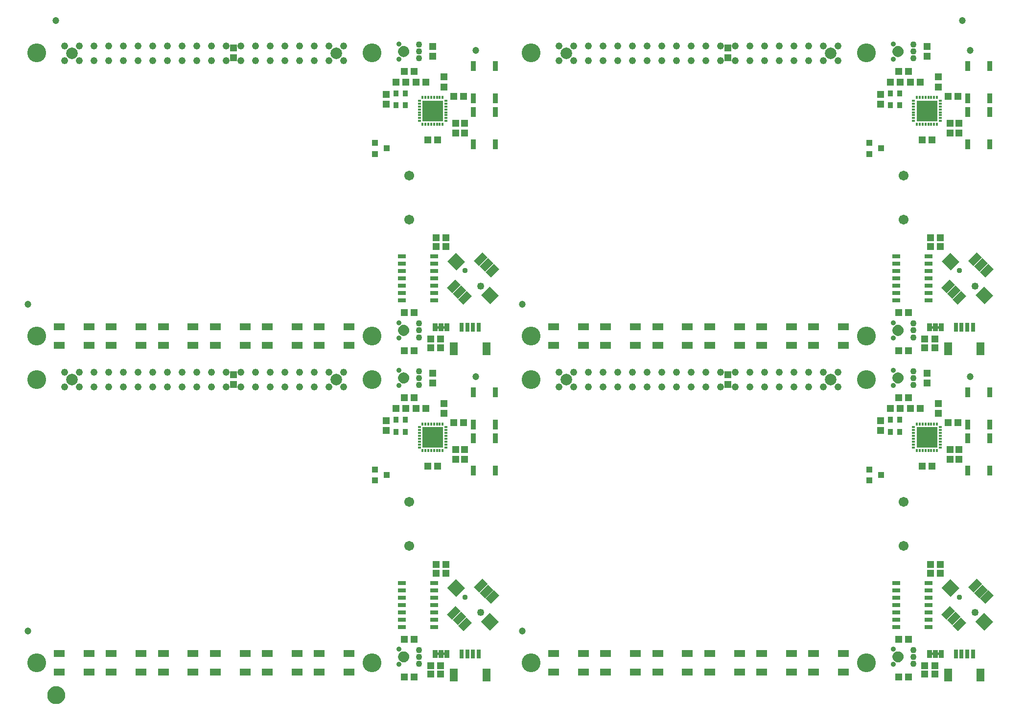
<source format=gts>
G75*
%MOIN*%
%OFA0B0*%
%FSLAX25Y25*%
%IPPOS*%
%LPD*%
%AMOC8*
5,1,8,0,0,1.08239X$1,22.5*
%
%ADD10C,0.04816*%
%ADD11C,0.07887*%
%ADD12R,0.03800X0.06800*%
%ADD13C,0.01969*%
%ADD14C,0.03556*%
%ADD15C,0.04343*%
%ADD16R,0.08083X0.05131*%
%ADD17R,0.08280X0.08674*%
%ADD18C,0.03753*%
%ADD19C,0.04934*%
%ADD20C,0.12800*%
%ADD21R,0.05524X0.08674*%
%ADD22R,0.03162X0.06115*%
%ADD23R,0.01784X0.02375*%
%ADD24R,0.02375X0.01784*%
%ADD25R,0.14383X0.14383*%
%ADD26R,0.05131X0.04737*%
%ADD27R,0.04737X0.05131*%
%ADD28R,0.05524X0.03162*%
%ADD29R,0.03300X0.05800*%
%ADD30C,0.00500*%
%ADD31R,0.07300X0.04737*%
%ADD32C,0.06706*%
%ADD33C,0.04737*%
%ADD34R,0.03359X0.04343*%
%ADD35R,0.04343X0.03950*%
%ADD36C,0.05000*%
D10*
X0071885Y0236177D03*
X0081885Y0236177D03*
X0091885Y0236177D03*
X0101885Y0236177D03*
X0111885Y0236177D03*
X0121885Y0236177D03*
X0131885Y0236177D03*
X0141885Y0236177D03*
X0151885Y0236177D03*
X0161885Y0236177D03*
X0171885Y0236177D03*
X0181885Y0236177D03*
X0191885Y0236177D03*
X0201885Y0236177D03*
X0211885Y0236177D03*
X0221885Y0236177D03*
X0231885Y0236177D03*
X0241885Y0236177D03*
X0251885Y0236177D03*
X0261885Y0236177D03*
X0261885Y0246177D03*
X0251885Y0246177D03*
X0241885Y0246177D03*
X0231885Y0246177D03*
X0221885Y0246177D03*
X0211885Y0246177D03*
X0201885Y0246177D03*
X0191885Y0246177D03*
X0181885Y0246177D03*
X0171885Y0246177D03*
X0161885Y0246177D03*
X0151885Y0246177D03*
X0141885Y0246177D03*
X0131885Y0246177D03*
X0121885Y0246177D03*
X0111885Y0246177D03*
X0101885Y0246177D03*
X0091885Y0246177D03*
X0081885Y0246177D03*
X0071885Y0246177D03*
X0071885Y0458650D03*
X0071885Y0468650D03*
X0081885Y0468650D03*
X0091885Y0468650D03*
X0101885Y0468650D03*
X0111885Y0468650D03*
X0121885Y0468650D03*
X0131885Y0468650D03*
X0141885Y0468650D03*
X0151885Y0468650D03*
X0161885Y0468650D03*
X0171885Y0468650D03*
X0181885Y0468650D03*
X0191885Y0468650D03*
X0201885Y0468650D03*
X0211885Y0468650D03*
X0221885Y0468650D03*
X0231885Y0468650D03*
X0241885Y0468650D03*
X0251885Y0468650D03*
X0261885Y0468650D03*
X0261885Y0458650D03*
X0251885Y0458650D03*
X0241885Y0458650D03*
X0231885Y0458650D03*
X0221885Y0458650D03*
X0211885Y0458650D03*
X0201885Y0458650D03*
X0191885Y0458650D03*
X0181885Y0458650D03*
X0171885Y0458650D03*
X0161885Y0458650D03*
X0151885Y0458650D03*
X0141885Y0458650D03*
X0131885Y0458650D03*
X0121885Y0458650D03*
X0111885Y0458650D03*
X0101885Y0458650D03*
X0091885Y0458650D03*
X0081885Y0458650D03*
X0408531Y0458650D03*
X0418531Y0458650D03*
X0428531Y0458650D03*
X0438531Y0458650D03*
X0438531Y0468650D03*
X0428531Y0468650D03*
X0418531Y0468650D03*
X0408531Y0468650D03*
X0448531Y0468650D03*
X0458531Y0468650D03*
X0468531Y0468650D03*
X0478531Y0468650D03*
X0488531Y0468650D03*
X0498531Y0468650D03*
X0508531Y0468650D03*
X0518531Y0468650D03*
X0528531Y0468650D03*
X0538531Y0468650D03*
X0548531Y0468650D03*
X0558531Y0468650D03*
X0568531Y0468650D03*
X0578531Y0468650D03*
X0588531Y0468650D03*
X0598531Y0468650D03*
X0598531Y0458650D03*
X0588531Y0458650D03*
X0578531Y0458650D03*
X0568531Y0458650D03*
X0558531Y0458650D03*
X0548531Y0458650D03*
X0538531Y0458650D03*
X0528531Y0458650D03*
X0518531Y0458650D03*
X0508531Y0458650D03*
X0498531Y0458650D03*
X0488531Y0458650D03*
X0478531Y0458650D03*
X0468531Y0458650D03*
X0458531Y0458650D03*
X0448531Y0458650D03*
X0448531Y0246177D03*
X0458531Y0246177D03*
X0468531Y0246177D03*
X0478531Y0246177D03*
X0488531Y0246177D03*
X0498531Y0246177D03*
X0508531Y0246177D03*
X0518531Y0246177D03*
X0528531Y0246177D03*
X0538531Y0246177D03*
X0548531Y0246177D03*
X0558531Y0246177D03*
X0568531Y0246177D03*
X0578531Y0246177D03*
X0588531Y0246177D03*
X0598531Y0246177D03*
X0598531Y0236177D03*
X0588531Y0236177D03*
X0578531Y0236177D03*
X0568531Y0236177D03*
X0558531Y0236177D03*
X0548531Y0236177D03*
X0538531Y0236177D03*
X0528531Y0236177D03*
X0518531Y0236177D03*
X0508531Y0236177D03*
X0498531Y0236177D03*
X0488531Y0236177D03*
X0478531Y0236177D03*
X0468531Y0236177D03*
X0458531Y0236177D03*
X0448531Y0236177D03*
X0438531Y0236177D03*
X0428531Y0236177D03*
X0418531Y0236177D03*
X0408531Y0236177D03*
X0408531Y0246177D03*
X0418531Y0246177D03*
X0428531Y0246177D03*
X0438531Y0246177D03*
D11*
X0413531Y0241177D03*
X0256885Y0241177D03*
X0076885Y0241177D03*
X0076885Y0463650D03*
X0256885Y0463650D03*
X0413531Y0463650D03*
X0593531Y0463650D03*
X0593531Y0241177D03*
D12*
X0686976Y0232689D03*
X0701976Y0232689D03*
X0701976Y0210689D03*
X0701976Y0201193D03*
X0686976Y0201193D03*
X0686976Y0210689D03*
X0686976Y0179193D03*
X0701976Y0179193D03*
X0701976Y0401665D03*
X0686976Y0401665D03*
X0686976Y0423665D03*
X0686976Y0433161D03*
X0701976Y0433161D03*
X0701976Y0423665D03*
X0701976Y0455161D03*
X0686976Y0455161D03*
X0365330Y0455161D03*
X0350330Y0455161D03*
X0350330Y0433161D03*
X0365330Y0433161D03*
X0365330Y0423665D03*
X0350330Y0423665D03*
X0350330Y0401665D03*
X0365330Y0401665D03*
X0365330Y0232689D03*
X0350330Y0232689D03*
X0350330Y0210689D03*
X0365330Y0210689D03*
X0365330Y0201193D03*
X0350330Y0201193D03*
X0350330Y0179193D03*
X0365330Y0179193D03*
D13*
X0299956Y0242437D02*
X0299958Y0242542D01*
X0299964Y0242647D01*
X0299974Y0242751D01*
X0299988Y0242855D01*
X0300006Y0242959D01*
X0300028Y0243061D01*
X0300053Y0243163D01*
X0300083Y0243264D01*
X0300116Y0243363D01*
X0300153Y0243461D01*
X0300194Y0243558D01*
X0300239Y0243653D01*
X0300287Y0243746D01*
X0300338Y0243838D01*
X0300394Y0243927D01*
X0300452Y0244014D01*
X0300514Y0244099D01*
X0300578Y0244182D01*
X0300646Y0244262D01*
X0300717Y0244339D01*
X0300791Y0244413D01*
X0300868Y0244485D01*
X0300947Y0244554D01*
X0301029Y0244619D01*
X0301113Y0244682D01*
X0301200Y0244741D01*
X0301289Y0244797D01*
X0301380Y0244850D01*
X0301473Y0244899D01*
X0301567Y0244944D01*
X0301663Y0244986D01*
X0301761Y0245024D01*
X0301860Y0245058D01*
X0301961Y0245089D01*
X0302062Y0245115D01*
X0302165Y0245138D01*
X0302268Y0245157D01*
X0302372Y0245172D01*
X0302476Y0245183D01*
X0302581Y0245190D01*
X0302686Y0245193D01*
X0302791Y0245192D01*
X0302896Y0245187D01*
X0303000Y0245178D01*
X0303104Y0245165D01*
X0303208Y0245148D01*
X0303311Y0245127D01*
X0303413Y0245102D01*
X0303514Y0245074D01*
X0303613Y0245041D01*
X0303712Y0245005D01*
X0303809Y0244965D01*
X0303904Y0244922D01*
X0303998Y0244874D01*
X0304090Y0244824D01*
X0304180Y0244770D01*
X0304268Y0244712D01*
X0304353Y0244651D01*
X0304436Y0244587D01*
X0304517Y0244520D01*
X0304595Y0244450D01*
X0304670Y0244376D01*
X0304742Y0244301D01*
X0304812Y0244222D01*
X0304878Y0244141D01*
X0304942Y0244057D01*
X0305002Y0243971D01*
X0305058Y0243883D01*
X0305112Y0243792D01*
X0305162Y0243700D01*
X0305208Y0243606D01*
X0305251Y0243510D01*
X0305290Y0243412D01*
X0305325Y0243314D01*
X0305356Y0243213D01*
X0305384Y0243112D01*
X0305408Y0243010D01*
X0305428Y0242907D01*
X0305444Y0242803D01*
X0305456Y0242699D01*
X0305464Y0242594D01*
X0305468Y0242489D01*
X0305468Y0242385D01*
X0305464Y0242280D01*
X0305456Y0242175D01*
X0305444Y0242071D01*
X0305428Y0241967D01*
X0305408Y0241864D01*
X0305384Y0241762D01*
X0305356Y0241661D01*
X0305325Y0241560D01*
X0305290Y0241462D01*
X0305251Y0241364D01*
X0305208Y0241268D01*
X0305162Y0241174D01*
X0305112Y0241082D01*
X0305058Y0240991D01*
X0305002Y0240903D01*
X0304942Y0240817D01*
X0304878Y0240733D01*
X0304812Y0240652D01*
X0304742Y0240573D01*
X0304670Y0240498D01*
X0304595Y0240424D01*
X0304517Y0240354D01*
X0304436Y0240287D01*
X0304353Y0240223D01*
X0304268Y0240162D01*
X0304180Y0240104D01*
X0304090Y0240050D01*
X0303998Y0240000D01*
X0303904Y0239952D01*
X0303809Y0239909D01*
X0303712Y0239869D01*
X0303613Y0239833D01*
X0303514Y0239800D01*
X0303413Y0239772D01*
X0303311Y0239747D01*
X0303208Y0239726D01*
X0303104Y0239709D01*
X0303000Y0239696D01*
X0302896Y0239687D01*
X0302791Y0239682D01*
X0302686Y0239681D01*
X0302581Y0239684D01*
X0302476Y0239691D01*
X0302372Y0239702D01*
X0302268Y0239717D01*
X0302165Y0239736D01*
X0302062Y0239759D01*
X0301961Y0239785D01*
X0301860Y0239816D01*
X0301761Y0239850D01*
X0301663Y0239888D01*
X0301567Y0239930D01*
X0301473Y0239975D01*
X0301380Y0240024D01*
X0301289Y0240077D01*
X0301200Y0240133D01*
X0301113Y0240192D01*
X0301029Y0240255D01*
X0300947Y0240320D01*
X0300868Y0240389D01*
X0300791Y0240461D01*
X0300717Y0240535D01*
X0300646Y0240612D01*
X0300578Y0240692D01*
X0300514Y0240775D01*
X0300452Y0240860D01*
X0300394Y0240947D01*
X0300338Y0241036D01*
X0300287Y0241128D01*
X0300239Y0241221D01*
X0300194Y0241316D01*
X0300153Y0241413D01*
X0300116Y0241511D01*
X0300083Y0241610D01*
X0300053Y0241711D01*
X0300028Y0241813D01*
X0300006Y0241915D01*
X0299988Y0242019D01*
X0299974Y0242123D01*
X0299964Y0242227D01*
X0299958Y0242332D01*
X0299956Y0242437D01*
X0299956Y0274870D02*
X0299958Y0274975D01*
X0299964Y0275080D01*
X0299974Y0275184D01*
X0299988Y0275288D01*
X0300006Y0275392D01*
X0300028Y0275494D01*
X0300053Y0275596D01*
X0300083Y0275697D01*
X0300116Y0275796D01*
X0300153Y0275894D01*
X0300194Y0275991D01*
X0300239Y0276086D01*
X0300287Y0276179D01*
X0300338Y0276271D01*
X0300394Y0276360D01*
X0300452Y0276447D01*
X0300514Y0276532D01*
X0300578Y0276615D01*
X0300646Y0276695D01*
X0300717Y0276772D01*
X0300791Y0276846D01*
X0300868Y0276918D01*
X0300947Y0276987D01*
X0301029Y0277052D01*
X0301113Y0277115D01*
X0301200Y0277174D01*
X0301289Y0277230D01*
X0301380Y0277283D01*
X0301473Y0277332D01*
X0301567Y0277377D01*
X0301663Y0277419D01*
X0301761Y0277457D01*
X0301860Y0277491D01*
X0301961Y0277522D01*
X0302062Y0277548D01*
X0302165Y0277571D01*
X0302268Y0277590D01*
X0302372Y0277605D01*
X0302476Y0277616D01*
X0302581Y0277623D01*
X0302686Y0277626D01*
X0302791Y0277625D01*
X0302896Y0277620D01*
X0303000Y0277611D01*
X0303104Y0277598D01*
X0303208Y0277581D01*
X0303311Y0277560D01*
X0303413Y0277535D01*
X0303514Y0277507D01*
X0303613Y0277474D01*
X0303712Y0277438D01*
X0303809Y0277398D01*
X0303904Y0277355D01*
X0303998Y0277307D01*
X0304090Y0277257D01*
X0304180Y0277203D01*
X0304268Y0277145D01*
X0304353Y0277084D01*
X0304436Y0277020D01*
X0304517Y0276953D01*
X0304595Y0276883D01*
X0304670Y0276809D01*
X0304742Y0276734D01*
X0304812Y0276655D01*
X0304878Y0276574D01*
X0304942Y0276490D01*
X0305002Y0276404D01*
X0305058Y0276316D01*
X0305112Y0276225D01*
X0305162Y0276133D01*
X0305208Y0276039D01*
X0305251Y0275943D01*
X0305290Y0275845D01*
X0305325Y0275747D01*
X0305356Y0275646D01*
X0305384Y0275545D01*
X0305408Y0275443D01*
X0305428Y0275340D01*
X0305444Y0275236D01*
X0305456Y0275132D01*
X0305464Y0275027D01*
X0305468Y0274922D01*
X0305468Y0274818D01*
X0305464Y0274713D01*
X0305456Y0274608D01*
X0305444Y0274504D01*
X0305428Y0274400D01*
X0305408Y0274297D01*
X0305384Y0274195D01*
X0305356Y0274094D01*
X0305325Y0273993D01*
X0305290Y0273895D01*
X0305251Y0273797D01*
X0305208Y0273701D01*
X0305162Y0273607D01*
X0305112Y0273515D01*
X0305058Y0273424D01*
X0305002Y0273336D01*
X0304942Y0273250D01*
X0304878Y0273166D01*
X0304812Y0273085D01*
X0304742Y0273006D01*
X0304670Y0272931D01*
X0304595Y0272857D01*
X0304517Y0272787D01*
X0304436Y0272720D01*
X0304353Y0272656D01*
X0304268Y0272595D01*
X0304180Y0272537D01*
X0304090Y0272483D01*
X0303998Y0272433D01*
X0303904Y0272385D01*
X0303809Y0272342D01*
X0303712Y0272302D01*
X0303613Y0272266D01*
X0303514Y0272233D01*
X0303413Y0272205D01*
X0303311Y0272180D01*
X0303208Y0272159D01*
X0303104Y0272142D01*
X0303000Y0272129D01*
X0302896Y0272120D01*
X0302791Y0272115D01*
X0302686Y0272114D01*
X0302581Y0272117D01*
X0302476Y0272124D01*
X0302372Y0272135D01*
X0302268Y0272150D01*
X0302165Y0272169D01*
X0302062Y0272192D01*
X0301961Y0272218D01*
X0301860Y0272249D01*
X0301761Y0272283D01*
X0301663Y0272321D01*
X0301567Y0272363D01*
X0301473Y0272408D01*
X0301380Y0272457D01*
X0301289Y0272510D01*
X0301200Y0272566D01*
X0301113Y0272625D01*
X0301029Y0272688D01*
X0300947Y0272753D01*
X0300868Y0272822D01*
X0300791Y0272894D01*
X0300717Y0272968D01*
X0300646Y0273045D01*
X0300578Y0273125D01*
X0300514Y0273208D01*
X0300452Y0273293D01*
X0300394Y0273380D01*
X0300338Y0273469D01*
X0300287Y0273561D01*
X0300239Y0273654D01*
X0300194Y0273749D01*
X0300153Y0273846D01*
X0300116Y0273944D01*
X0300083Y0274043D01*
X0300053Y0274144D01*
X0300028Y0274246D01*
X0300006Y0274348D01*
X0299988Y0274452D01*
X0299974Y0274556D01*
X0299964Y0274660D01*
X0299958Y0274765D01*
X0299956Y0274870D01*
X0299956Y0464909D02*
X0299958Y0465014D01*
X0299964Y0465119D01*
X0299974Y0465223D01*
X0299988Y0465327D01*
X0300006Y0465431D01*
X0300028Y0465533D01*
X0300053Y0465635D01*
X0300083Y0465736D01*
X0300116Y0465835D01*
X0300153Y0465933D01*
X0300194Y0466030D01*
X0300239Y0466125D01*
X0300287Y0466218D01*
X0300338Y0466310D01*
X0300394Y0466399D01*
X0300452Y0466486D01*
X0300514Y0466571D01*
X0300578Y0466654D01*
X0300646Y0466734D01*
X0300717Y0466811D01*
X0300791Y0466885D01*
X0300868Y0466957D01*
X0300947Y0467026D01*
X0301029Y0467091D01*
X0301113Y0467154D01*
X0301200Y0467213D01*
X0301289Y0467269D01*
X0301380Y0467322D01*
X0301473Y0467371D01*
X0301567Y0467416D01*
X0301663Y0467458D01*
X0301761Y0467496D01*
X0301860Y0467530D01*
X0301961Y0467561D01*
X0302062Y0467587D01*
X0302165Y0467610D01*
X0302268Y0467629D01*
X0302372Y0467644D01*
X0302476Y0467655D01*
X0302581Y0467662D01*
X0302686Y0467665D01*
X0302791Y0467664D01*
X0302896Y0467659D01*
X0303000Y0467650D01*
X0303104Y0467637D01*
X0303208Y0467620D01*
X0303311Y0467599D01*
X0303413Y0467574D01*
X0303514Y0467546D01*
X0303613Y0467513D01*
X0303712Y0467477D01*
X0303809Y0467437D01*
X0303904Y0467394D01*
X0303998Y0467346D01*
X0304090Y0467296D01*
X0304180Y0467242D01*
X0304268Y0467184D01*
X0304353Y0467123D01*
X0304436Y0467059D01*
X0304517Y0466992D01*
X0304595Y0466922D01*
X0304670Y0466848D01*
X0304742Y0466773D01*
X0304812Y0466694D01*
X0304878Y0466613D01*
X0304942Y0466529D01*
X0305002Y0466443D01*
X0305058Y0466355D01*
X0305112Y0466264D01*
X0305162Y0466172D01*
X0305208Y0466078D01*
X0305251Y0465982D01*
X0305290Y0465884D01*
X0305325Y0465786D01*
X0305356Y0465685D01*
X0305384Y0465584D01*
X0305408Y0465482D01*
X0305428Y0465379D01*
X0305444Y0465275D01*
X0305456Y0465171D01*
X0305464Y0465066D01*
X0305468Y0464961D01*
X0305468Y0464857D01*
X0305464Y0464752D01*
X0305456Y0464647D01*
X0305444Y0464543D01*
X0305428Y0464439D01*
X0305408Y0464336D01*
X0305384Y0464234D01*
X0305356Y0464133D01*
X0305325Y0464032D01*
X0305290Y0463934D01*
X0305251Y0463836D01*
X0305208Y0463740D01*
X0305162Y0463646D01*
X0305112Y0463554D01*
X0305058Y0463463D01*
X0305002Y0463375D01*
X0304942Y0463289D01*
X0304878Y0463205D01*
X0304812Y0463124D01*
X0304742Y0463045D01*
X0304670Y0462970D01*
X0304595Y0462896D01*
X0304517Y0462826D01*
X0304436Y0462759D01*
X0304353Y0462695D01*
X0304268Y0462634D01*
X0304180Y0462576D01*
X0304090Y0462522D01*
X0303998Y0462472D01*
X0303904Y0462424D01*
X0303809Y0462381D01*
X0303712Y0462341D01*
X0303613Y0462305D01*
X0303514Y0462272D01*
X0303413Y0462244D01*
X0303311Y0462219D01*
X0303208Y0462198D01*
X0303104Y0462181D01*
X0303000Y0462168D01*
X0302896Y0462159D01*
X0302791Y0462154D01*
X0302686Y0462153D01*
X0302581Y0462156D01*
X0302476Y0462163D01*
X0302372Y0462174D01*
X0302268Y0462189D01*
X0302165Y0462208D01*
X0302062Y0462231D01*
X0301961Y0462257D01*
X0301860Y0462288D01*
X0301761Y0462322D01*
X0301663Y0462360D01*
X0301567Y0462402D01*
X0301473Y0462447D01*
X0301380Y0462496D01*
X0301289Y0462549D01*
X0301200Y0462605D01*
X0301113Y0462664D01*
X0301029Y0462727D01*
X0300947Y0462792D01*
X0300868Y0462861D01*
X0300791Y0462933D01*
X0300717Y0463007D01*
X0300646Y0463084D01*
X0300578Y0463164D01*
X0300514Y0463247D01*
X0300452Y0463332D01*
X0300394Y0463419D01*
X0300338Y0463508D01*
X0300287Y0463600D01*
X0300239Y0463693D01*
X0300194Y0463788D01*
X0300153Y0463885D01*
X0300116Y0463983D01*
X0300083Y0464082D01*
X0300053Y0464183D01*
X0300028Y0464285D01*
X0300006Y0464387D01*
X0299988Y0464491D01*
X0299974Y0464595D01*
X0299964Y0464699D01*
X0299958Y0464804D01*
X0299956Y0464909D01*
X0636602Y0464909D02*
X0636604Y0465014D01*
X0636610Y0465119D01*
X0636620Y0465223D01*
X0636634Y0465327D01*
X0636652Y0465431D01*
X0636674Y0465533D01*
X0636699Y0465635D01*
X0636729Y0465736D01*
X0636762Y0465835D01*
X0636799Y0465933D01*
X0636840Y0466030D01*
X0636885Y0466125D01*
X0636933Y0466218D01*
X0636984Y0466310D01*
X0637040Y0466399D01*
X0637098Y0466486D01*
X0637160Y0466571D01*
X0637224Y0466654D01*
X0637292Y0466734D01*
X0637363Y0466811D01*
X0637437Y0466885D01*
X0637514Y0466957D01*
X0637593Y0467026D01*
X0637675Y0467091D01*
X0637759Y0467154D01*
X0637846Y0467213D01*
X0637935Y0467269D01*
X0638026Y0467322D01*
X0638119Y0467371D01*
X0638213Y0467416D01*
X0638309Y0467458D01*
X0638407Y0467496D01*
X0638506Y0467530D01*
X0638607Y0467561D01*
X0638708Y0467587D01*
X0638811Y0467610D01*
X0638914Y0467629D01*
X0639018Y0467644D01*
X0639122Y0467655D01*
X0639227Y0467662D01*
X0639332Y0467665D01*
X0639437Y0467664D01*
X0639542Y0467659D01*
X0639646Y0467650D01*
X0639750Y0467637D01*
X0639854Y0467620D01*
X0639957Y0467599D01*
X0640059Y0467574D01*
X0640160Y0467546D01*
X0640259Y0467513D01*
X0640358Y0467477D01*
X0640455Y0467437D01*
X0640550Y0467394D01*
X0640644Y0467346D01*
X0640736Y0467296D01*
X0640826Y0467242D01*
X0640914Y0467184D01*
X0640999Y0467123D01*
X0641082Y0467059D01*
X0641163Y0466992D01*
X0641241Y0466922D01*
X0641316Y0466848D01*
X0641388Y0466773D01*
X0641458Y0466694D01*
X0641524Y0466613D01*
X0641588Y0466529D01*
X0641648Y0466443D01*
X0641704Y0466355D01*
X0641758Y0466264D01*
X0641808Y0466172D01*
X0641854Y0466078D01*
X0641897Y0465982D01*
X0641936Y0465884D01*
X0641971Y0465786D01*
X0642002Y0465685D01*
X0642030Y0465584D01*
X0642054Y0465482D01*
X0642074Y0465379D01*
X0642090Y0465275D01*
X0642102Y0465171D01*
X0642110Y0465066D01*
X0642114Y0464961D01*
X0642114Y0464857D01*
X0642110Y0464752D01*
X0642102Y0464647D01*
X0642090Y0464543D01*
X0642074Y0464439D01*
X0642054Y0464336D01*
X0642030Y0464234D01*
X0642002Y0464133D01*
X0641971Y0464032D01*
X0641936Y0463934D01*
X0641897Y0463836D01*
X0641854Y0463740D01*
X0641808Y0463646D01*
X0641758Y0463554D01*
X0641704Y0463463D01*
X0641648Y0463375D01*
X0641588Y0463289D01*
X0641524Y0463205D01*
X0641458Y0463124D01*
X0641388Y0463045D01*
X0641316Y0462970D01*
X0641241Y0462896D01*
X0641163Y0462826D01*
X0641082Y0462759D01*
X0640999Y0462695D01*
X0640914Y0462634D01*
X0640826Y0462576D01*
X0640736Y0462522D01*
X0640644Y0462472D01*
X0640550Y0462424D01*
X0640455Y0462381D01*
X0640358Y0462341D01*
X0640259Y0462305D01*
X0640160Y0462272D01*
X0640059Y0462244D01*
X0639957Y0462219D01*
X0639854Y0462198D01*
X0639750Y0462181D01*
X0639646Y0462168D01*
X0639542Y0462159D01*
X0639437Y0462154D01*
X0639332Y0462153D01*
X0639227Y0462156D01*
X0639122Y0462163D01*
X0639018Y0462174D01*
X0638914Y0462189D01*
X0638811Y0462208D01*
X0638708Y0462231D01*
X0638607Y0462257D01*
X0638506Y0462288D01*
X0638407Y0462322D01*
X0638309Y0462360D01*
X0638213Y0462402D01*
X0638119Y0462447D01*
X0638026Y0462496D01*
X0637935Y0462549D01*
X0637846Y0462605D01*
X0637759Y0462664D01*
X0637675Y0462727D01*
X0637593Y0462792D01*
X0637514Y0462861D01*
X0637437Y0462933D01*
X0637363Y0463007D01*
X0637292Y0463084D01*
X0637224Y0463164D01*
X0637160Y0463247D01*
X0637098Y0463332D01*
X0637040Y0463419D01*
X0636984Y0463508D01*
X0636933Y0463600D01*
X0636885Y0463693D01*
X0636840Y0463788D01*
X0636799Y0463885D01*
X0636762Y0463983D01*
X0636729Y0464082D01*
X0636699Y0464183D01*
X0636674Y0464285D01*
X0636652Y0464387D01*
X0636634Y0464491D01*
X0636620Y0464595D01*
X0636610Y0464699D01*
X0636604Y0464804D01*
X0636602Y0464909D01*
X0636602Y0274870D02*
X0636604Y0274975D01*
X0636610Y0275080D01*
X0636620Y0275184D01*
X0636634Y0275288D01*
X0636652Y0275392D01*
X0636674Y0275494D01*
X0636699Y0275596D01*
X0636729Y0275697D01*
X0636762Y0275796D01*
X0636799Y0275894D01*
X0636840Y0275991D01*
X0636885Y0276086D01*
X0636933Y0276179D01*
X0636984Y0276271D01*
X0637040Y0276360D01*
X0637098Y0276447D01*
X0637160Y0276532D01*
X0637224Y0276615D01*
X0637292Y0276695D01*
X0637363Y0276772D01*
X0637437Y0276846D01*
X0637514Y0276918D01*
X0637593Y0276987D01*
X0637675Y0277052D01*
X0637759Y0277115D01*
X0637846Y0277174D01*
X0637935Y0277230D01*
X0638026Y0277283D01*
X0638119Y0277332D01*
X0638213Y0277377D01*
X0638309Y0277419D01*
X0638407Y0277457D01*
X0638506Y0277491D01*
X0638607Y0277522D01*
X0638708Y0277548D01*
X0638811Y0277571D01*
X0638914Y0277590D01*
X0639018Y0277605D01*
X0639122Y0277616D01*
X0639227Y0277623D01*
X0639332Y0277626D01*
X0639437Y0277625D01*
X0639542Y0277620D01*
X0639646Y0277611D01*
X0639750Y0277598D01*
X0639854Y0277581D01*
X0639957Y0277560D01*
X0640059Y0277535D01*
X0640160Y0277507D01*
X0640259Y0277474D01*
X0640358Y0277438D01*
X0640455Y0277398D01*
X0640550Y0277355D01*
X0640644Y0277307D01*
X0640736Y0277257D01*
X0640826Y0277203D01*
X0640914Y0277145D01*
X0640999Y0277084D01*
X0641082Y0277020D01*
X0641163Y0276953D01*
X0641241Y0276883D01*
X0641316Y0276809D01*
X0641388Y0276734D01*
X0641458Y0276655D01*
X0641524Y0276574D01*
X0641588Y0276490D01*
X0641648Y0276404D01*
X0641704Y0276316D01*
X0641758Y0276225D01*
X0641808Y0276133D01*
X0641854Y0276039D01*
X0641897Y0275943D01*
X0641936Y0275845D01*
X0641971Y0275747D01*
X0642002Y0275646D01*
X0642030Y0275545D01*
X0642054Y0275443D01*
X0642074Y0275340D01*
X0642090Y0275236D01*
X0642102Y0275132D01*
X0642110Y0275027D01*
X0642114Y0274922D01*
X0642114Y0274818D01*
X0642110Y0274713D01*
X0642102Y0274608D01*
X0642090Y0274504D01*
X0642074Y0274400D01*
X0642054Y0274297D01*
X0642030Y0274195D01*
X0642002Y0274094D01*
X0641971Y0273993D01*
X0641936Y0273895D01*
X0641897Y0273797D01*
X0641854Y0273701D01*
X0641808Y0273607D01*
X0641758Y0273515D01*
X0641704Y0273424D01*
X0641648Y0273336D01*
X0641588Y0273250D01*
X0641524Y0273166D01*
X0641458Y0273085D01*
X0641388Y0273006D01*
X0641316Y0272931D01*
X0641241Y0272857D01*
X0641163Y0272787D01*
X0641082Y0272720D01*
X0640999Y0272656D01*
X0640914Y0272595D01*
X0640826Y0272537D01*
X0640736Y0272483D01*
X0640644Y0272433D01*
X0640550Y0272385D01*
X0640455Y0272342D01*
X0640358Y0272302D01*
X0640259Y0272266D01*
X0640160Y0272233D01*
X0640059Y0272205D01*
X0639957Y0272180D01*
X0639854Y0272159D01*
X0639750Y0272142D01*
X0639646Y0272129D01*
X0639542Y0272120D01*
X0639437Y0272115D01*
X0639332Y0272114D01*
X0639227Y0272117D01*
X0639122Y0272124D01*
X0639018Y0272135D01*
X0638914Y0272150D01*
X0638811Y0272169D01*
X0638708Y0272192D01*
X0638607Y0272218D01*
X0638506Y0272249D01*
X0638407Y0272283D01*
X0638309Y0272321D01*
X0638213Y0272363D01*
X0638119Y0272408D01*
X0638026Y0272457D01*
X0637935Y0272510D01*
X0637846Y0272566D01*
X0637759Y0272625D01*
X0637675Y0272688D01*
X0637593Y0272753D01*
X0637514Y0272822D01*
X0637437Y0272894D01*
X0637363Y0272968D01*
X0637292Y0273045D01*
X0637224Y0273125D01*
X0637160Y0273208D01*
X0637098Y0273293D01*
X0637040Y0273380D01*
X0636984Y0273469D01*
X0636933Y0273561D01*
X0636885Y0273654D01*
X0636840Y0273749D01*
X0636799Y0273846D01*
X0636762Y0273944D01*
X0636729Y0274043D01*
X0636699Y0274144D01*
X0636674Y0274246D01*
X0636652Y0274348D01*
X0636634Y0274452D01*
X0636620Y0274556D01*
X0636610Y0274660D01*
X0636604Y0274765D01*
X0636602Y0274870D01*
X0636602Y0242437D02*
X0636604Y0242542D01*
X0636610Y0242647D01*
X0636620Y0242751D01*
X0636634Y0242855D01*
X0636652Y0242959D01*
X0636674Y0243061D01*
X0636699Y0243163D01*
X0636729Y0243264D01*
X0636762Y0243363D01*
X0636799Y0243461D01*
X0636840Y0243558D01*
X0636885Y0243653D01*
X0636933Y0243746D01*
X0636984Y0243838D01*
X0637040Y0243927D01*
X0637098Y0244014D01*
X0637160Y0244099D01*
X0637224Y0244182D01*
X0637292Y0244262D01*
X0637363Y0244339D01*
X0637437Y0244413D01*
X0637514Y0244485D01*
X0637593Y0244554D01*
X0637675Y0244619D01*
X0637759Y0244682D01*
X0637846Y0244741D01*
X0637935Y0244797D01*
X0638026Y0244850D01*
X0638119Y0244899D01*
X0638213Y0244944D01*
X0638309Y0244986D01*
X0638407Y0245024D01*
X0638506Y0245058D01*
X0638607Y0245089D01*
X0638708Y0245115D01*
X0638811Y0245138D01*
X0638914Y0245157D01*
X0639018Y0245172D01*
X0639122Y0245183D01*
X0639227Y0245190D01*
X0639332Y0245193D01*
X0639437Y0245192D01*
X0639542Y0245187D01*
X0639646Y0245178D01*
X0639750Y0245165D01*
X0639854Y0245148D01*
X0639957Y0245127D01*
X0640059Y0245102D01*
X0640160Y0245074D01*
X0640259Y0245041D01*
X0640358Y0245005D01*
X0640455Y0244965D01*
X0640550Y0244922D01*
X0640644Y0244874D01*
X0640736Y0244824D01*
X0640826Y0244770D01*
X0640914Y0244712D01*
X0640999Y0244651D01*
X0641082Y0244587D01*
X0641163Y0244520D01*
X0641241Y0244450D01*
X0641316Y0244376D01*
X0641388Y0244301D01*
X0641458Y0244222D01*
X0641524Y0244141D01*
X0641588Y0244057D01*
X0641648Y0243971D01*
X0641704Y0243883D01*
X0641758Y0243792D01*
X0641808Y0243700D01*
X0641854Y0243606D01*
X0641897Y0243510D01*
X0641936Y0243412D01*
X0641971Y0243314D01*
X0642002Y0243213D01*
X0642030Y0243112D01*
X0642054Y0243010D01*
X0642074Y0242907D01*
X0642090Y0242803D01*
X0642102Y0242699D01*
X0642110Y0242594D01*
X0642114Y0242489D01*
X0642114Y0242385D01*
X0642110Y0242280D01*
X0642102Y0242175D01*
X0642090Y0242071D01*
X0642074Y0241967D01*
X0642054Y0241864D01*
X0642030Y0241762D01*
X0642002Y0241661D01*
X0641971Y0241560D01*
X0641936Y0241462D01*
X0641897Y0241364D01*
X0641854Y0241268D01*
X0641808Y0241174D01*
X0641758Y0241082D01*
X0641704Y0240991D01*
X0641648Y0240903D01*
X0641588Y0240817D01*
X0641524Y0240733D01*
X0641458Y0240652D01*
X0641388Y0240573D01*
X0641316Y0240498D01*
X0641241Y0240424D01*
X0641163Y0240354D01*
X0641082Y0240287D01*
X0640999Y0240223D01*
X0640914Y0240162D01*
X0640826Y0240104D01*
X0640736Y0240050D01*
X0640644Y0240000D01*
X0640550Y0239952D01*
X0640455Y0239909D01*
X0640358Y0239869D01*
X0640259Y0239833D01*
X0640160Y0239800D01*
X0640059Y0239772D01*
X0639957Y0239747D01*
X0639854Y0239726D01*
X0639750Y0239709D01*
X0639646Y0239696D01*
X0639542Y0239687D01*
X0639437Y0239682D01*
X0639332Y0239681D01*
X0639227Y0239684D01*
X0639122Y0239691D01*
X0639018Y0239702D01*
X0638914Y0239717D01*
X0638811Y0239736D01*
X0638708Y0239759D01*
X0638607Y0239785D01*
X0638506Y0239816D01*
X0638407Y0239850D01*
X0638309Y0239888D01*
X0638213Y0239930D01*
X0638119Y0239975D01*
X0638026Y0240024D01*
X0637935Y0240077D01*
X0637846Y0240133D01*
X0637759Y0240192D01*
X0637675Y0240255D01*
X0637593Y0240320D01*
X0637514Y0240389D01*
X0637437Y0240461D01*
X0637363Y0240535D01*
X0637292Y0240612D01*
X0637224Y0240692D01*
X0637160Y0240775D01*
X0637098Y0240860D01*
X0637040Y0240947D01*
X0636984Y0241036D01*
X0636933Y0241128D01*
X0636885Y0241221D01*
X0636840Y0241316D01*
X0636799Y0241413D01*
X0636762Y0241511D01*
X0636729Y0241610D01*
X0636699Y0241711D01*
X0636674Y0241813D01*
X0636652Y0241915D01*
X0636634Y0242019D01*
X0636620Y0242123D01*
X0636610Y0242227D01*
X0636604Y0242332D01*
X0636602Y0242437D01*
X0636602Y0052398D02*
X0636604Y0052503D01*
X0636610Y0052608D01*
X0636620Y0052712D01*
X0636634Y0052816D01*
X0636652Y0052920D01*
X0636674Y0053022D01*
X0636699Y0053124D01*
X0636729Y0053225D01*
X0636762Y0053324D01*
X0636799Y0053422D01*
X0636840Y0053519D01*
X0636885Y0053614D01*
X0636933Y0053707D01*
X0636984Y0053799D01*
X0637040Y0053888D01*
X0637098Y0053975D01*
X0637160Y0054060D01*
X0637224Y0054143D01*
X0637292Y0054223D01*
X0637363Y0054300D01*
X0637437Y0054374D01*
X0637514Y0054446D01*
X0637593Y0054515D01*
X0637675Y0054580D01*
X0637759Y0054643D01*
X0637846Y0054702D01*
X0637935Y0054758D01*
X0638026Y0054811D01*
X0638119Y0054860D01*
X0638213Y0054905D01*
X0638309Y0054947D01*
X0638407Y0054985D01*
X0638506Y0055019D01*
X0638607Y0055050D01*
X0638708Y0055076D01*
X0638811Y0055099D01*
X0638914Y0055118D01*
X0639018Y0055133D01*
X0639122Y0055144D01*
X0639227Y0055151D01*
X0639332Y0055154D01*
X0639437Y0055153D01*
X0639542Y0055148D01*
X0639646Y0055139D01*
X0639750Y0055126D01*
X0639854Y0055109D01*
X0639957Y0055088D01*
X0640059Y0055063D01*
X0640160Y0055035D01*
X0640259Y0055002D01*
X0640358Y0054966D01*
X0640455Y0054926D01*
X0640550Y0054883D01*
X0640644Y0054835D01*
X0640736Y0054785D01*
X0640826Y0054731D01*
X0640914Y0054673D01*
X0640999Y0054612D01*
X0641082Y0054548D01*
X0641163Y0054481D01*
X0641241Y0054411D01*
X0641316Y0054337D01*
X0641388Y0054262D01*
X0641458Y0054183D01*
X0641524Y0054102D01*
X0641588Y0054018D01*
X0641648Y0053932D01*
X0641704Y0053844D01*
X0641758Y0053753D01*
X0641808Y0053661D01*
X0641854Y0053567D01*
X0641897Y0053471D01*
X0641936Y0053373D01*
X0641971Y0053275D01*
X0642002Y0053174D01*
X0642030Y0053073D01*
X0642054Y0052971D01*
X0642074Y0052868D01*
X0642090Y0052764D01*
X0642102Y0052660D01*
X0642110Y0052555D01*
X0642114Y0052450D01*
X0642114Y0052346D01*
X0642110Y0052241D01*
X0642102Y0052136D01*
X0642090Y0052032D01*
X0642074Y0051928D01*
X0642054Y0051825D01*
X0642030Y0051723D01*
X0642002Y0051622D01*
X0641971Y0051521D01*
X0641936Y0051423D01*
X0641897Y0051325D01*
X0641854Y0051229D01*
X0641808Y0051135D01*
X0641758Y0051043D01*
X0641704Y0050952D01*
X0641648Y0050864D01*
X0641588Y0050778D01*
X0641524Y0050694D01*
X0641458Y0050613D01*
X0641388Y0050534D01*
X0641316Y0050459D01*
X0641241Y0050385D01*
X0641163Y0050315D01*
X0641082Y0050248D01*
X0640999Y0050184D01*
X0640914Y0050123D01*
X0640826Y0050065D01*
X0640736Y0050011D01*
X0640644Y0049961D01*
X0640550Y0049913D01*
X0640455Y0049870D01*
X0640358Y0049830D01*
X0640259Y0049794D01*
X0640160Y0049761D01*
X0640059Y0049733D01*
X0639957Y0049708D01*
X0639854Y0049687D01*
X0639750Y0049670D01*
X0639646Y0049657D01*
X0639542Y0049648D01*
X0639437Y0049643D01*
X0639332Y0049642D01*
X0639227Y0049645D01*
X0639122Y0049652D01*
X0639018Y0049663D01*
X0638914Y0049678D01*
X0638811Y0049697D01*
X0638708Y0049720D01*
X0638607Y0049746D01*
X0638506Y0049777D01*
X0638407Y0049811D01*
X0638309Y0049849D01*
X0638213Y0049891D01*
X0638119Y0049936D01*
X0638026Y0049985D01*
X0637935Y0050038D01*
X0637846Y0050094D01*
X0637759Y0050153D01*
X0637675Y0050216D01*
X0637593Y0050281D01*
X0637514Y0050350D01*
X0637437Y0050422D01*
X0637363Y0050496D01*
X0637292Y0050573D01*
X0637224Y0050653D01*
X0637160Y0050736D01*
X0637098Y0050821D01*
X0637040Y0050908D01*
X0636984Y0050997D01*
X0636933Y0051089D01*
X0636885Y0051182D01*
X0636840Y0051277D01*
X0636799Y0051374D01*
X0636762Y0051472D01*
X0636729Y0051571D01*
X0636699Y0051672D01*
X0636674Y0051774D01*
X0636652Y0051876D01*
X0636634Y0051980D01*
X0636620Y0052084D01*
X0636610Y0052188D01*
X0636604Y0052293D01*
X0636602Y0052398D01*
X0299956Y0052398D02*
X0299958Y0052503D01*
X0299964Y0052608D01*
X0299974Y0052712D01*
X0299988Y0052816D01*
X0300006Y0052920D01*
X0300028Y0053022D01*
X0300053Y0053124D01*
X0300083Y0053225D01*
X0300116Y0053324D01*
X0300153Y0053422D01*
X0300194Y0053519D01*
X0300239Y0053614D01*
X0300287Y0053707D01*
X0300338Y0053799D01*
X0300394Y0053888D01*
X0300452Y0053975D01*
X0300514Y0054060D01*
X0300578Y0054143D01*
X0300646Y0054223D01*
X0300717Y0054300D01*
X0300791Y0054374D01*
X0300868Y0054446D01*
X0300947Y0054515D01*
X0301029Y0054580D01*
X0301113Y0054643D01*
X0301200Y0054702D01*
X0301289Y0054758D01*
X0301380Y0054811D01*
X0301473Y0054860D01*
X0301567Y0054905D01*
X0301663Y0054947D01*
X0301761Y0054985D01*
X0301860Y0055019D01*
X0301961Y0055050D01*
X0302062Y0055076D01*
X0302165Y0055099D01*
X0302268Y0055118D01*
X0302372Y0055133D01*
X0302476Y0055144D01*
X0302581Y0055151D01*
X0302686Y0055154D01*
X0302791Y0055153D01*
X0302896Y0055148D01*
X0303000Y0055139D01*
X0303104Y0055126D01*
X0303208Y0055109D01*
X0303311Y0055088D01*
X0303413Y0055063D01*
X0303514Y0055035D01*
X0303613Y0055002D01*
X0303712Y0054966D01*
X0303809Y0054926D01*
X0303904Y0054883D01*
X0303998Y0054835D01*
X0304090Y0054785D01*
X0304180Y0054731D01*
X0304268Y0054673D01*
X0304353Y0054612D01*
X0304436Y0054548D01*
X0304517Y0054481D01*
X0304595Y0054411D01*
X0304670Y0054337D01*
X0304742Y0054262D01*
X0304812Y0054183D01*
X0304878Y0054102D01*
X0304942Y0054018D01*
X0305002Y0053932D01*
X0305058Y0053844D01*
X0305112Y0053753D01*
X0305162Y0053661D01*
X0305208Y0053567D01*
X0305251Y0053471D01*
X0305290Y0053373D01*
X0305325Y0053275D01*
X0305356Y0053174D01*
X0305384Y0053073D01*
X0305408Y0052971D01*
X0305428Y0052868D01*
X0305444Y0052764D01*
X0305456Y0052660D01*
X0305464Y0052555D01*
X0305468Y0052450D01*
X0305468Y0052346D01*
X0305464Y0052241D01*
X0305456Y0052136D01*
X0305444Y0052032D01*
X0305428Y0051928D01*
X0305408Y0051825D01*
X0305384Y0051723D01*
X0305356Y0051622D01*
X0305325Y0051521D01*
X0305290Y0051423D01*
X0305251Y0051325D01*
X0305208Y0051229D01*
X0305162Y0051135D01*
X0305112Y0051043D01*
X0305058Y0050952D01*
X0305002Y0050864D01*
X0304942Y0050778D01*
X0304878Y0050694D01*
X0304812Y0050613D01*
X0304742Y0050534D01*
X0304670Y0050459D01*
X0304595Y0050385D01*
X0304517Y0050315D01*
X0304436Y0050248D01*
X0304353Y0050184D01*
X0304268Y0050123D01*
X0304180Y0050065D01*
X0304090Y0050011D01*
X0303998Y0049961D01*
X0303904Y0049913D01*
X0303809Y0049870D01*
X0303712Y0049830D01*
X0303613Y0049794D01*
X0303514Y0049761D01*
X0303413Y0049733D01*
X0303311Y0049708D01*
X0303208Y0049687D01*
X0303104Y0049670D01*
X0303000Y0049657D01*
X0302896Y0049648D01*
X0302791Y0049643D01*
X0302686Y0049642D01*
X0302581Y0049645D01*
X0302476Y0049652D01*
X0302372Y0049663D01*
X0302268Y0049678D01*
X0302165Y0049697D01*
X0302062Y0049720D01*
X0301961Y0049746D01*
X0301860Y0049777D01*
X0301761Y0049811D01*
X0301663Y0049849D01*
X0301567Y0049891D01*
X0301473Y0049936D01*
X0301380Y0049985D01*
X0301289Y0050038D01*
X0301200Y0050094D01*
X0301113Y0050153D01*
X0301029Y0050216D01*
X0300947Y0050281D01*
X0300868Y0050350D01*
X0300791Y0050422D01*
X0300717Y0050496D01*
X0300646Y0050573D01*
X0300578Y0050653D01*
X0300514Y0050736D01*
X0300452Y0050821D01*
X0300394Y0050908D01*
X0300338Y0050997D01*
X0300287Y0051089D01*
X0300239Y0051182D01*
X0300194Y0051277D01*
X0300153Y0051374D01*
X0300116Y0051472D01*
X0300083Y0051571D01*
X0300053Y0051672D01*
X0300028Y0051774D01*
X0300006Y0051876D01*
X0299988Y0051980D01*
X0299974Y0052084D01*
X0299964Y0052188D01*
X0299958Y0052293D01*
X0299956Y0052398D01*
D14*
X0299562Y0057516D03*
X0299562Y0047280D03*
X0299562Y0237319D03*
X0299562Y0247555D03*
X0299562Y0269752D03*
X0299562Y0279988D03*
X0299562Y0459791D03*
X0299562Y0470028D03*
X0636208Y0470028D03*
X0636208Y0459791D03*
X0636208Y0279988D03*
X0636208Y0269752D03*
X0636208Y0247555D03*
X0636208Y0237319D03*
X0636208Y0057516D03*
X0636208Y0047280D03*
D15*
X0639358Y0052398D03*
X0649673Y0052398D03*
X0649673Y0057122D03*
X0649673Y0047673D03*
X0649673Y0237713D03*
X0649673Y0242437D03*
X0649673Y0247161D03*
X0639358Y0242437D03*
X0649673Y0270146D03*
X0649673Y0274870D03*
X0649673Y0279594D03*
X0639358Y0274870D03*
X0649673Y0460185D03*
X0649673Y0464909D03*
X0649673Y0469634D03*
X0639358Y0464909D03*
X0313027Y0464909D03*
X0313027Y0460185D03*
X0313027Y0469634D03*
X0302712Y0464909D03*
X0313027Y0279594D03*
X0313027Y0274870D03*
X0313027Y0270146D03*
X0302712Y0274870D03*
X0313027Y0247161D03*
X0313027Y0242437D03*
X0313027Y0237713D03*
X0302712Y0242437D03*
X0313027Y0057122D03*
X0313027Y0052398D03*
X0313027Y0047673D03*
X0302712Y0052398D03*
D16*
G36*
X0345371Y0079617D02*
X0339657Y0073903D01*
X0336029Y0077531D01*
X0341743Y0083245D01*
X0345371Y0079617D01*
G37*
G36*
X0349268Y0075720D02*
X0343554Y0070006D01*
X0339926Y0073634D01*
X0345640Y0079348D01*
X0349268Y0075720D01*
G37*
G36*
X0341473Y0083515D02*
X0335759Y0077801D01*
X0332131Y0081429D01*
X0337845Y0087143D01*
X0341473Y0083515D01*
G37*
G36*
X0359986Y0102028D02*
X0354272Y0096314D01*
X0350644Y0099942D01*
X0356358Y0105656D01*
X0359986Y0102028D01*
G37*
G36*
X0363883Y0098130D02*
X0358169Y0092416D01*
X0354541Y0096044D01*
X0360255Y0101758D01*
X0363883Y0098130D01*
G37*
G36*
X0367781Y0094233D02*
X0362067Y0088519D01*
X0358439Y0092147D01*
X0364153Y0097861D01*
X0367781Y0094233D01*
G37*
G36*
X0349268Y0298192D02*
X0343554Y0292478D01*
X0339926Y0296106D01*
X0345640Y0301820D01*
X0349268Y0298192D01*
G37*
G36*
X0345371Y0302090D02*
X0339657Y0296376D01*
X0336029Y0300004D01*
X0341743Y0305718D01*
X0345371Y0302090D01*
G37*
G36*
X0341473Y0305987D02*
X0335759Y0300273D01*
X0332131Y0303901D01*
X0337845Y0309615D01*
X0341473Y0305987D01*
G37*
G36*
X0359986Y0324500D02*
X0354272Y0318786D01*
X0350644Y0322414D01*
X0356358Y0328128D01*
X0359986Y0324500D01*
G37*
G36*
X0363883Y0320603D02*
X0358169Y0314889D01*
X0354541Y0318517D01*
X0360255Y0324231D01*
X0363883Y0320603D01*
G37*
G36*
X0367781Y0316705D02*
X0362067Y0310991D01*
X0358439Y0314619D01*
X0364153Y0320333D01*
X0367781Y0316705D01*
G37*
G36*
X0678119Y0305987D02*
X0672405Y0300273D01*
X0668777Y0303901D01*
X0674491Y0309615D01*
X0678119Y0305987D01*
G37*
G36*
X0682016Y0302090D02*
X0676302Y0296376D01*
X0672674Y0300004D01*
X0678388Y0305718D01*
X0682016Y0302090D01*
G37*
G36*
X0685914Y0298192D02*
X0680200Y0292478D01*
X0676572Y0296106D01*
X0682286Y0301820D01*
X0685914Y0298192D01*
G37*
G36*
X0704427Y0316705D02*
X0698713Y0310991D01*
X0695085Y0314619D01*
X0700799Y0320333D01*
X0704427Y0316705D01*
G37*
G36*
X0700529Y0320603D02*
X0694815Y0314889D01*
X0691187Y0318517D01*
X0696901Y0324231D01*
X0700529Y0320603D01*
G37*
G36*
X0696632Y0324500D02*
X0690918Y0318786D01*
X0687290Y0322414D01*
X0693004Y0328128D01*
X0696632Y0324500D01*
G37*
G36*
X0696632Y0102028D02*
X0690918Y0096314D01*
X0687290Y0099942D01*
X0693004Y0105656D01*
X0696632Y0102028D01*
G37*
G36*
X0700529Y0098130D02*
X0694815Y0092416D01*
X0691187Y0096044D01*
X0696901Y0101758D01*
X0700529Y0098130D01*
G37*
G36*
X0704427Y0094233D02*
X0698713Y0088519D01*
X0695085Y0092147D01*
X0700799Y0097861D01*
X0704427Y0094233D01*
G37*
G36*
X0682016Y0079617D02*
X0676302Y0073903D01*
X0672674Y0077531D01*
X0678388Y0083245D01*
X0682016Y0079617D01*
G37*
G36*
X0685914Y0075720D02*
X0680200Y0070006D01*
X0676572Y0073634D01*
X0682286Y0079348D01*
X0685914Y0075720D01*
G37*
G36*
X0678119Y0083515D02*
X0672405Y0077801D01*
X0668777Y0081429D01*
X0674491Y0087143D01*
X0678119Y0083515D01*
G37*
D17*
G36*
X0704093Y0076194D02*
X0698238Y0070339D01*
X0692105Y0076472D01*
X0697960Y0082327D01*
X0704093Y0076194D01*
G37*
G36*
X0681098Y0099189D02*
X0675243Y0093334D01*
X0669110Y0099467D01*
X0674965Y0105322D01*
X0681098Y0099189D01*
G37*
G36*
X0704093Y0298667D02*
X0698238Y0292812D01*
X0692105Y0298945D01*
X0697960Y0304800D01*
X0704093Y0298667D01*
G37*
G36*
X0681098Y0321662D02*
X0675243Y0315807D01*
X0669110Y0321940D01*
X0674965Y0327795D01*
X0681098Y0321662D01*
G37*
G36*
X0367447Y0298667D02*
X0361592Y0292812D01*
X0355459Y0298945D01*
X0361314Y0304800D01*
X0367447Y0298667D01*
G37*
G36*
X0344453Y0321662D02*
X0338598Y0315807D01*
X0332465Y0321940D01*
X0338320Y0327795D01*
X0344453Y0321662D01*
G37*
G36*
X0344453Y0099189D02*
X0338598Y0093334D01*
X0332465Y0099467D01*
X0338320Y0105322D01*
X0344453Y0099189D01*
G37*
G36*
X0367447Y0076194D02*
X0361592Y0070339D01*
X0355459Y0076472D01*
X0361314Y0082327D01*
X0367447Y0076194D01*
G37*
D18*
X0344667Y0093120D03*
X0344667Y0315592D03*
X0681312Y0315592D03*
X0681312Y0093120D03*
D19*
X0691891Y0082541D03*
X0691891Y0305014D03*
X0355245Y0305014D03*
X0355245Y0082541D03*
D20*
X0389358Y0048461D03*
X0281058Y0048461D03*
X0052712Y0048461D03*
X0052712Y0241374D03*
X0052712Y0270933D03*
X0281058Y0270933D03*
X0281058Y0241374D03*
X0389358Y0241374D03*
X0389358Y0270933D03*
X0617704Y0270933D03*
X0617704Y0241374D03*
X0617704Y0048461D03*
X0617704Y0463846D03*
X0389358Y0463846D03*
X0281058Y0463846D03*
X0052712Y0463846D03*
D21*
X0336964Y0262370D03*
X0359011Y0262370D03*
X0673610Y0262370D03*
X0695657Y0262370D03*
X0695657Y0039898D03*
X0673610Y0039898D03*
X0359011Y0039898D03*
X0336964Y0039898D03*
D22*
X0342082Y0054366D03*
X0346019Y0054366D03*
X0349956Y0054366D03*
X0353893Y0054366D03*
X0678728Y0054366D03*
X0682665Y0054366D03*
X0686602Y0054366D03*
X0690539Y0054366D03*
X0690539Y0276839D03*
X0686602Y0276839D03*
X0682665Y0276839D03*
X0678728Y0276839D03*
X0353893Y0276839D03*
X0349956Y0276839D03*
X0346019Y0276839D03*
X0342082Y0276839D03*
D23*
X0329287Y0211059D03*
X0327318Y0211059D03*
X0325350Y0211059D03*
X0323381Y0211059D03*
X0321413Y0211059D03*
X0319444Y0211059D03*
X0317476Y0211059D03*
X0315507Y0211059D03*
X0315507Y0192949D03*
X0317476Y0192949D03*
X0319444Y0192949D03*
X0321413Y0192949D03*
X0323381Y0192949D03*
X0325350Y0192949D03*
X0327318Y0192949D03*
X0329287Y0192949D03*
X0652153Y0192949D03*
X0654121Y0192949D03*
X0656090Y0192949D03*
X0658058Y0192949D03*
X0660027Y0192949D03*
X0661995Y0192949D03*
X0663964Y0192949D03*
X0665932Y0192949D03*
X0665932Y0211059D03*
X0663964Y0211059D03*
X0661995Y0211059D03*
X0660027Y0211059D03*
X0658058Y0211059D03*
X0656090Y0211059D03*
X0654121Y0211059D03*
X0652153Y0211059D03*
X0652153Y0415421D03*
X0654121Y0415421D03*
X0656090Y0415421D03*
X0658058Y0415421D03*
X0660027Y0415421D03*
X0661995Y0415421D03*
X0663964Y0415421D03*
X0665932Y0415421D03*
X0665932Y0433531D03*
X0663964Y0433531D03*
X0661995Y0433531D03*
X0660027Y0433531D03*
X0658058Y0433531D03*
X0656090Y0433531D03*
X0654121Y0433531D03*
X0652153Y0433531D03*
X0329287Y0433531D03*
X0327318Y0433531D03*
X0325350Y0433531D03*
X0323381Y0433531D03*
X0321413Y0433531D03*
X0319444Y0433531D03*
X0317476Y0433531D03*
X0315507Y0433531D03*
X0315507Y0415421D03*
X0317476Y0415421D03*
X0319444Y0415421D03*
X0321413Y0415421D03*
X0323381Y0415421D03*
X0325350Y0415421D03*
X0327318Y0415421D03*
X0329287Y0415421D03*
D24*
X0331452Y0417587D03*
X0331452Y0419555D03*
X0331452Y0421524D03*
X0331452Y0423492D03*
X0331452Y0425461D03*
X0331452Y0427429D03*
X0331452Y0429398D03*
X0331452Y0431366D03*
X0313342Y0431366D03*
X0313342Y0429398D03*
X0313342Y0427429D03*
X0313342Y0425461D03*
X0313342Y0423492D03*
X0313342Y0421524D03*
X0313342Y0419555D03*
X0313342Y0417587D03*
X0313342Y0208894D03*
X0313342Y0206925D03*
X0313342Y0204957D03*
X0313342Y0202988D03*
X0313342Y0201020D03*
X0313342Y0199051D03*
X0313342Y0197083D03*
X0313342Y0195114D03*
X0331452Y0195114D03*
X0331452Y0197083D03*
X0331452Y0199051D03*
X0331452Y0201020D03*
X0331452Y0202988D03*
X0331452Y0204957D03*
X0331452Y0206925D03*
X0331452Y0208894D03*
X0649988Y0208894D03*
X0649988Y0206925D03*
X0649988Y0204957D03*
X0649988Y0202988D03*
X0649988Y0201020D03*
X0649988Y0199051D03*
X0649988Y0197083D03*
X0649988Y0195114D03*
X0668098Y0195114D03*
X0668098Y0197083D03*
X0668098Y0199051D03*
X0668098Y0201020D03*
X0668098Y0202988D03*
X0668098Y0204957D03*
X0668098Y0206925D03*
X0668098Y0208894D03*
X0668098Y0417587D03*
X0668098Y0419555D03*
X0668098Y0421524D03*
X0668098Y0423492D03*
X0668098Y0425461D03*
X0668098Y0427429D03*
X0668098Y0429398D03*
X0668098Y0431366D03*
X0649988Y0431366D03*
X0649988Y0429398D03*
X0649988Y0427429D03*
X0649988Y0425461D03*
X0649988Y0423492D03*
X0649988Y0421524D03*
X0649988Y0419555D03*
X0649988Y0417587D03*
D25*
X0659043Y0424476D03*
X0659043Y0202004D03*
X0322397Y0202004D03*
X0322397Y0424476D03*
D26*
X0336767Y0434319D03*
X0343460Y0434319D03*
X0317869Y0444161D03*
X0311176Y0444161D03*
X0304090Y0444161D03*
X0297397Y0444161D03*
X0303302Y0451327D03*
X0309995Y0451327D03*
X0319050Y0404791D03*
X0325743Y0404791D03*
X0324956Y0337862D03*
X0324956Y0331957D03*
X0331649Y0331957D03*
X0331649Y0337862D03*
X0309798Y0286878D03*
X0303106Y0286878D03*
X0321019Y0268965D03*
X0321019Y0263059D03*
X0327712Y0263059D03*
X0327712Y0268965D03*
X0309995Y0261091D03*
X0303302Y0261091D03*
X0303302Y0228854D03*
X0309995Y0228854D03*
X0311176Y0221689D03*
X0317869Y0221689D03*
X0304090Y0221689D03*
X0297397Y0221689D03*
X0336767Y0211846D03*
X0343460Y0211846D03*
X0325743Y0182319D03*
X0319050Y0182319D03*
X0324956Y0115390D03*
X0324956Y0109484D03*
X0331649Y0109484D03*
X0331649Y0115390D03*
X0309798Y0064406D03*
X0303106Y0064406D03*
X0321019Y0046492D03*
X0321019Y0040587D03*
X0327712Y0040587D03*
X0327712Y0046492D03*
X0309995Y0038618D03*
X0303302Y0038618D03*
X0634043Y0221689D03*
X0640736Y0221689D03*
X0647822Y0221689D03*
X0654515Y0221689D03*
X0646641Y0228854D03*
X0639948Y0228854D03*
X0673413Y0211846D03*
X0680106Y0211846D03*
X0662389Y0182319D03*
X0655696Y0182319D03*
X0661602Y0115390D03*
X0661602Y0109484D03*
X0668295Y0109484D03*
X0668295Y0115390D03*
X0646444Y0064406D03*
X0639751Y0064406D03*
X0657665Y0046492D03*
X0657665Y0040587D03*
X0664358Y0040587D03*
X0664358Y0046492D03*
X0646641Y0038618D03*
X0639948Y0038618D03*
X0639948Y0261091D03*
X0646641Y0261091D03*
X0657665Y0263059D03*
X0657665Y0268965D03*
X0664358Y0268965D03*
X0664358Y0263059D03*
X0646444Y0286878D03*
X0639751Y0286878D03*
X0661602Y0331957D03*
X0661602Y0337862D03*
X0668295Y0337862D03*
X0668295Y0331957D03*
X0662389Y0404791D03*
X0655696Y0404791D03*
X0673413Y0434319D03*
X0680106Y0434319D03*
X0654515Y0444161D03*
X0647822Y0444161D03*
X0640736Y0444161D03*
X0634043Y0444161D03*
X0639948Y0451327D03*
X0646641Y0451327D03*
D27*
X0659043Y0461563D03*
X0659043Y0468256D03*
X0666917Y0447508D03*
X0666917Y0440815D03*
X0674791Y0416012D03*
X0680696Y0416012D03*
X0680696Y0409319D03*
X0674791Y0409319D03*
X0627547Y0429004D03*
X0627547Y0435697D03*
X0523413Y0460500D03*
X0523413Y0467193D03*
X0344050Y0416012D03*
X0338145Y0416012D03*
X0338145Y0409319D03*
X0344050Y0409319D03*
X0330271Y0440815D03*
X0330271Y0447508D03*
X0322397Y0461563D03*
X0322397Y0468256D03*
X0290901Y0435697D03*
X0290901Y0429004D03*
X0186767Y0460500D03*
X0186767Y0467193D03*
X0186767Y0244720D03*
X0186767Y0238028D03*
X0290901Y0213224D03*
X0290901Y0206531D03*
X0330271Y0218343D03*
X0330271Y0225035D03*
X0322397Y0239091D03*
X0322397Y0245783D03*
X0338145Y0193539D03*
X0344050Y0193539D03*
X0344050Y0186846D03*
X0338145Y0186846D03*
X0523413Y0238028D03*
X0523413Y0244720D03*
X0627547Y0213224D03*
X0627547Y0206531D03*
X0666917Y0218343D03*
X0666917Y0225035D03*
X0659043Y0239091D03*
X0659043Y0245783D03*
X0674791Y0193539D03*
X0680696Y0193539D03*
X0680696Y0186846D03*
X0674791Y0186846D03*
D28*
X0660224Y0102831D03*
X0660224Y0097831D03*
X0660224Y0092831D03*
X0660224Y0087831D03*
X0660224Y0082831D03*
X0660224Y0077831D03*
X0660224Y0072831D03*
X0638176Y0072831D03*
X0638176Y0077831D03*
X0638176Y0082831D03*
X0638176Y0087831D03*
X0638176Y0092831D03*
X0638176Y0097831D03*
X0638176Y0102831D03*
X0638176Y0295303D03*
X0638176Y0300303D03*
X0638176Y0305303D03*
X0638176Y0310303D03*
X0638176Y0315303D03*
X0638176Y0320303D03*
X0638176Y0325303D03*
X0660224Y0325303D03*
X0660224Y0320303D03*
X0660224Y0315303D03*
X0660224Y0310303D03*
X0660224Y0305303D03*
X0660224Y0300303D03*
X0660224Y0295303D03*
X0323578Y0295303D03*
X0323578Y0300303D03*
X0323578Y0305303D03*
X0323578Y0310303D03*
X0323578Y0315303D03*
X0323578Y0320303D03*
X0323578Y0325303D03*
X0301531Y0325303D03*
X0301531Y0320303D03*
X0301531Y0315303D03*
X0301531Y0310303D03*
X0301531Y0305303D03*
X0301531Y0300303D03*
X0301531Y0295303D03*
X0301531Y0102831D03*
X0301531Y0097831D03*
X0301531Y0092831D03*
X0301531Y0087831D03*
X0301531Y0082831D03*
X0301531Y0077831D03*
X0301531Y0072831D03*
X0323578Y0072831D03*
X0323578Y0077831D03*
X0323578Y0082831D03*
X0323578Y0087831D03*
X0323578Y0092831D03*
X0323578Y0097831D03*
X0323578Y0102831D03*
D29*
X0324302Y0054366D03*
X0328302Y0054366D03*
X0332302Y0054366D03*
X0332302Y0276839D03*
X0328302Y0276839D03*
X0324302Y0276839D03*
X0660948Y0276839D03*
X0664948Y0276839D03*
X0668948Y0276839D03*
X0668948Y0054366D03*
X0664948Y0054366D03*
X0660948Y0054366D03*
D30*
X0662198Y0054123D02*
X0663698Y0054123D01*
X0663698Y0053866D02*
X0663698Y0054866D01*
X0662198Y0054866D01*
X0662198Y0053866D01*
X0663698Y0053866D01*
X0663698Y0054622D02*
X0662198Y0054622D01*
X0666198Y0054622D02*
X0667698Y0054622D01*
X0667698Y0054866D02*
X0667698Y0053866D01*
X0666198Y0053866D01*
X0666198Y0054866D01*
X0667698Y0054866D01*
X0667698Y0054123D02*
X0666198Y0054123D01*
X0666198Y0276339D02*
X0666198Y0277339D01*
X0667698Y0277339D01*
X0667698Y0276339D01*
X0666198Y0276339D01*
X0666198Y0276459D02*
X0667698Y0276459D01*
X0667698Y0276958D02*
X0666198Y0276958D01*
X0663698Y0276958D02*
X0662198Y0276958D01*
X0662198Y0277339D02*
X0663698Y0277339D01*
X0663698Y0276339D01*
X0662198Y0276339D01*
X0662198Y0277339D01*
X0662198Y0276459D02*
X0663698Y0276459D01*
X0331052Y0276459D02*
X0329552Y0276459D01*
X0329552Y0276339D02*
X0329552Y0277339D01*
X0331052Y0277339D01*
X0331052Y0276339D01*
X0329552Y0276339D01*
X0329552Y0276958D02*
X0331052Y0276958D01*
X0327052Y0276958D02*
X0325552Y0276958D01*
X0325552Y0277339D02*
X0327052Y0277339D01*
X0327052Y0276339D01*
X0325552Y0276339D01*
X0325552Y0277339D01*
X0325552Y0276459D02*
X0327052Y0276459D01*
X0327052Y0054866D02*
X0327052Y0053866D01*
X0325552Y0053866D01*
X0325552Y0054866D01*
X0327052Y0054866D01*
X0327052Y0054622D02*
X0325552Y0054622D01*
X0325552Y0054123D02*
X0327052Y0054123D01*
X0329552Y0054123D02*
X0331052Y0054123D01*
X0331052Y0053866D02*
X0331052Y0054866D01*
X0329552Y0054866D01*
X0329552Y0053866D01*
X0331052Y0053866D01*
X0331052Y0054622D02*
X0329552Y0054622D01*
D31*
X0265613Y0054760D03*
X0245322Y0054760D03*
X0230180Y0054760D03*
X0230180Y0042161D03*
X0245322Y0042161D03*
X0265613Y0042161D03*
X0209889Y0042161D03*
X0194747Y0042161D03*
X0174456Y0042161D03*
X0159314Y0042161D03*
X0139023Y0042161D03*
X0123881Y0042161D03*
X0123881Y0054760D03*
X0139023Y0054760D03*
X0159314Y0054760D03*
X0174456Y0054760D03*
X0194747Y0054760D03*
X0209889Y0054760D03*
X0103590Y0054760D03*
X0088448Y0054760D03*
X0068157Y0054760D03*
X0068157Y0042161D03*
X0088448Y0042161D03*
X0103590Y0042161D03*
X0404802Y0042161D03*
X0404802Y0054760D03*
X0425094Y0054760D03*
X0440236Y0054760D03*
X0460527Y0054760D03*
X0475669Y0054760D03*
X0495960Y0054760D03*
X0511102Y0054760D03*
X0511102Y0042161D03*
X0495960Y0042161D03*
X0475669Y0042161D03*
X0460527Y0042161D03*
X0440236Y0042161D03*
X0425094Y0042161D03*
X0531393Y0042161D03*
X0546535Y0042161D03*
X0566826Y0042161D03*
X0581968Y0042161D03*
X0581968Y0054760D03*
X0566826Y0054760D03*
X0546535Y0054760D03*
X0531393Y0054760D03*
X0602259Y0054760D03*
X0602259Y0042161D03*
X0602259Y0264634D03*
X0602259Y0277232D03*
X0581968Y0277232D03*
X0581968Y0264634D03*
X0566826Y0264634D03*
X0566826Y0277232D03*
X0546535Y0277232D03*
X0546535Y0264634D03*
X0531393Y0264634D03*
X0531393Y0277232D03*
X0511102Y0277232D03*
X0511102Y0264634D03*
X0495960Y0264634D03*
X0495960Y0277232D03*
X0475669Y0277232D03*
X0475669Y0264634D03*
X0460527Y0264634D03*
X0460527Y0277232D03*
X0440236Y0277232D03*
X0440236Y0264634D03*
X0425094Y0264634D03*
X0425094Y0277232D03*
X0404802Y0277232D03*
X0404802Y0264634D03*
X0265613Y0264634D03*
X0265613Y0277232D03*
X0245322Y0277232D03*
X0245322Y0264634D03*
X0230180Y0264634D03*
X0230180Y0277232D03*
X0209889Y0277232D03*
X0209889Y0264634D03*
X0194747Y0264634D03*
X0194747Y0277232D03*
X0174456Y0277232D03*
X0174456Y0264634D03*
X0159314Y0264634D03*
X0159314Y0277232D03*
X0139023Y0277232D03*
X0139023Y0264634D03*
X0123881Y0264634D03*
X0123881Y0277232D03*
X0103590Y0277232D03*
X0103590Y0264634D03*
X0088448Y0264634D03*
X0088448Y0277232D03*
X0068157Y0277232D03*
X0068157Y0264634D03*
D32*
X0065932Y0026431D03*
X0306649Y0127988D03*
X0306649Y0157909D03*
X0306649Y0350461D03*
X0306649Y0380382D03*
X0643295Y0380382D03*
X0643295Y0350461D03*
X0643295Y0157909D03*
X0643295Y0127988D03*
D33*
X0688413Y0243343D03*
X0383452Y0292587D03*
X0351767Y0243343D03*
X0383452Y0070114D03*
X0046806Y0070114D03*
X0046806Y0292587D03*
X0065932Y0485876D03*
X0351767Y0465815D03*
X0683224Y0485876D03*
X0688413Y0465815D03*
D34*
X0640637Y0436484D03*
X0634141Y0436484D03*
X0634141Y0428216D03*
X0640637Y0428216D03*
X0640637Y0214012D03*
X0634141Y0214012D03*
X0634141Y0205744D03*
X0640637Y0205744D03*
X0303991Y0205744D03*
X0297495Y0205744D03*
X0297495Y0214012D03*
X0303991Y0214012D03*
X0303991Y0428216D03*
X0297495Y0428216D03*
X0297495Y0436484D03*
X0303991Y0436484D03*
D35*
X0291295Y0398886D03*
X0283027Y0402626D03*
X0283027Y0395146D03*
X0283027Y0180154D03*
X0283027Y0172673D03*
X0291295Y0176413D03*
X0619673Y0172673D03*
X0619673Y0180154D03*
X0627940Y0176413D03*
X0619673Y0395146D03*
X0619673Y0402626D03*
X0627940Y0398886D03*
D36*
X0062367Y0026431D02*
X0062369Y0026550D01*
X0062375Y0026669D01*
X0062385Y0026788D01*
X0062399Y0026906D01*
X0062417Y0027024D01*
X0062438Y0027141D01*
X0062464Y0027257D01*
X0062494Y0027373D01*
X0062527Y0027487D01*
X0062564Y0027600D01*
X0062605Y0027712D01*
X0062650Y0027823D01*
X0062698Y0027932D01*
X0062750Y0028039D01*
X0062806Y0028144D01*
X0062865Y0028248D01*
X0062927Y0028349D01*
X0062993Y0028449D01*
X0063062Y0028546D01*
X0063134Y0028640D01*
X0063210Y0028733D01*
X0063288Y0028822D01*
X0063369Y0028909D01*
X0063454Y0028994D01*
X0063541Y0029075D01*
X0063630Y0029153D01*
X0063723Y0029229D01*
X0063817Y0029301D01*
X0063914Y0029370D01*
X0064014Y0029436D01*
X0064115Y0029498D01*
X0064219Y0029557D01*
X0064324Y0029613D01*
X0064431Y0029665D01*
X0064540Y0029713D01*
X0064651Y0029758D01*
X0064763Y0029799D01*
X0064876Y0029836D01*
X0064990Y0029869D01*
X0065106Y0029899D01*
X0065222Y0029925D01*
X0065339Y0029946D01*
X0065457Y0029964D01*
X0065575Y0029978D01*
X0065694Y0029988D01*
X0065813Y0029994D01*
X0065932Y0029996D01*
X0066051Y0029994D01*
X0066170Y0029988D01*
X0066289Y0029978D01*
X0066407Y0029964D01*
X0066525Y0029946D01*
X0066642Y0029925D01*
X0066758Y0029899D01*
X0066874Y0029869D01*
X0066988Y0029836D01*
X0067101Y0029799D01*
X0067213Y0029758D01*
X0067324Y0029713D01*
X0067433Y0029665D01*
X0067540Y0029613D01*
X0067645Y0029557D01*
X0067749Y0029498D01*
X0067850Y0029436D01*
X0067950Y0029370D01*
X0068047Y0029301D01*
X0068141Y0029229D01*
X0068234Y0029153D01*
X0068323Y0029075D01*
X0068410Y0028994D01*
X0068495Y0028909D01*
X0068576Y0028822D01*
X0068654Y0028733D01*
X0068730Y0028640D01*
X0068802Y0028546D01*
X0068871Y0028449D01*
X0068937Y0028349D01*
X0068999Y0028248D01*
X0069058Y0028144D01*
X0069114Y0028039D01*
X0069166Y0027932D01*
X0069214Y0027823D01*
X0069259Y0027712D01*
X0069300Y0027600D01*
X0069337Y0027487D01*
X0069370Y0027373D01*
X0069400Y0027257D01*
X0069426Y0027141D01*
X0069447Y0027024D01*
X0069465Y0026906D01*
X0069479Y0026788D01*
X0069489Y0026669D01*
X0069495Y0026550D01*
X0069497Y0026431D01*
X0069495Y0026312D01*
X0069489Y0026193D01*
X0069479Y0026074D01*
X0069465Y0025956D01*
X0069447Y0025838D01*
X0069426Y0025721D01*
X0069400Y0025605D01*
X0069370Y0025489D01*
X0069337Y0025375D01*
X0069300Y0025262D01*
X0069259Y0025150D01*
X0069214Y0025039D01*
X0069166Y0024930D01*
X0069114Y0024823D01*
X0069058Y0024718D01*
X0068999Y0024614D01*
X0068937Y0024513D01*
X0068871Y0024413D01*
X0068802Y0024316D01*
X0068730Y0024222D01*
X0068654Y0024129D01*
X0068576Y0024040D01*
X0068495Y0023953D01*
X0068410Y0023868D01*
X0068323Y0023787D01*
X0068234Y0023709D01*
X0068141Y0023633D01*
X0068047Y0023561D01*
X0067950Y0023492D01*
X0067850Y0023426D01*
X0067749Y0023364D01*
X0067645Y0023305D01*
X0067540Y0023249D01*
X0067433Y0023197D01*
X0067324Y0023149D01*
X0067213Y0023104D01*
X0067101Y0023063D01*
X0066988Y0023026D01*
X0066874Y0022993D01*
X0066758Y0022963D01*
X0066642Y0022937D01*
X0066525Y0022916D01*
X0066407Y0022898D01*
X0066289Y0022884D01*
X0066170Y0022874D01*
X0066051Y0022868D01*
X0065932Y0022866D01*
X0065813Y0022868D01*
X0065694Y0022874D01*
X0065575Y0022884D01*
X0065457Y0022898D01*
X0065339Y0022916D01*
X0065222Y0022937D01*
X0065106Y0022963D01*
X0064990Y0022993D01*
X0064876Y0023026D01*
X0064763Y0023063D01*
X0064651Y0023104D01*
X0064540Y0023149D01*
X0064431Y0023197D01*
X0064324Y0023249D01*
X0064219Y0023305D01*
X0064115Y0023364D01*
X0064014Y0023426D01*
X0063914Y0023492D01*
X0063817Y0023561D01*
X0063723Y0023633D01*
X0063630Y0023709D01*
X0063541Y0023787D01*
X0063454Y0023868D01*
X0063369Y0023953D01*
X0063288Y0024040D01*
X0063210Y0024129D01*
X0063134Y0024222D01*
X0063062Y0024316D01*
X0062993Y0024413D01*
X0062927Y0024513D01*
X0062865Y0024614D01*
X0062806Y0024718D01*
X0062750Y0024823D01*
X0062698Y0024930D01*
X0062650Y0025039D01*
X0062605Y0025150D01*
X0062564Y0025262D01*
X0062527Y0025375D01*
X0062494Y0025489D01*
X0062464Y0025605D01*
X0062438Y0025721D01*
X0062417Y0025838D01*
X0062399Y0025956D01*
X0062385Y0026074D01*
X0062375Y0026193D01*
X0062369Y0026312D01*
X0062367Y0026431D01*
M02*

</source>
